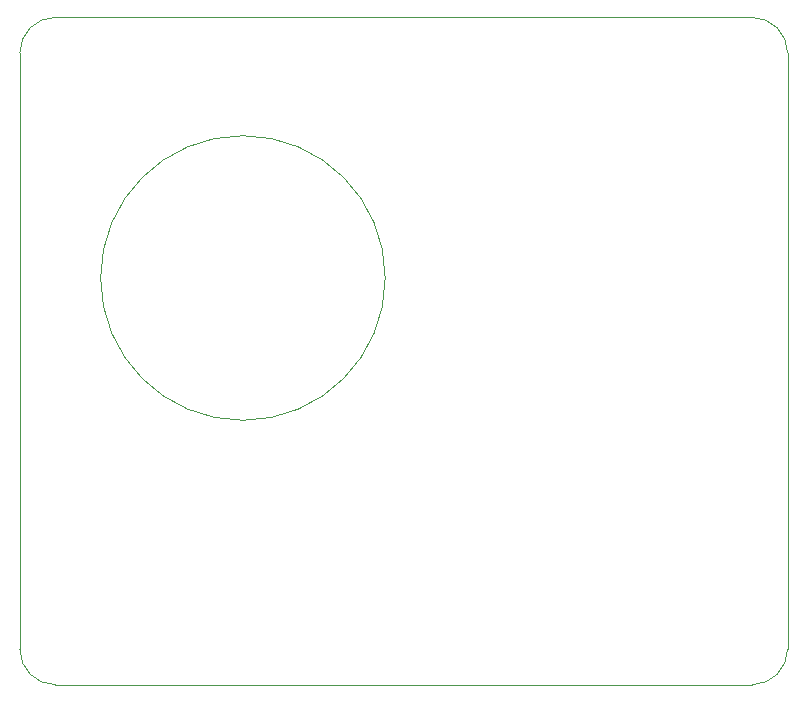
<source format=gbr>
G04 #@! TF.GenerationSoftware,KiCad,Pcbnew,(5.1.10-1-10_14)*
G04 #@! TF.CreationDate,2022-04-10T19:47:37-06:00*
G04 #@! TF.ProjectId,RPiG3iMac,52506947-3369-44d6-9163-2e6b69636164,1.2*
G04 #@! TF.SameCoordinates,Original*
G04 #@! TF.FileFunction,Profile,NP*
%FSLAX46Y46*%
G04 Gerber Fmt 4.6, Leading zero omitted, Abs format (unit mm)*
G04 Created by KiCad (PCBNEW (5.1.10-1-10_14)) date 2022-04-10 19:47:37*
%MOMM*%
%LPD*%
G01*
G04 APERTURE LIST*
G04 #@! TA.AperFunction,Profile*
%ADD10C,0.100000*%
G04 #@! TD*
G04 APERTURE END LIST*
D10*
X142700000Y-87470000D02*
G75*
G03*
X142700000Y-87470000I-12050000J0D01*
G01*
X173760000Y-121905000D02*
G75*
G03*
X176760000Y-118905000I0J3000000D01*
G01*
X111760000Y-118905000D02*
G75*
G03*
X114760000Y-121905000I3000000J0D01*
G01*
X114760000Y-65405000D02*
G75*
G03*
X111760000Y-68405000I0J-3000000D01*
G01*
X176760000Y-68405000D02*
G75*
G03*
X173760000Y-65405000I-3000000J0D01*
G01*
X111760000Y-68405000D02*
X111760000Y-118905000D01*
X114760000Y-121905000D02*
X173760000Y-121905000D01*
X176760000Y-68405000D02*
X176760000Y-118905000D01*
X114760000Y-65405000D02*
X173760000Y-65405000D01*
M02*

</source>
